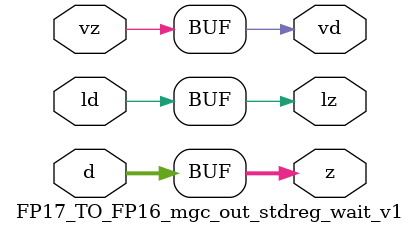
<source format=v>
module FP17_TO_FP16_mgc_out_stdreg_wait_v1 (ld, vd, d, lz, vz, z);
  parameter integer rscid = 1;
  parameter integer width = 8;
  input ld;
  output vd;
  input [width-1:0] d;
  output lz;
  input vz;
  output [width-1:0] z;
  wire vd;
  wire lz;
  wire [width-1:0] z;
  assign z = d;
  assign lz = ld;
  assign vd = vz;
endmodule
</source>
